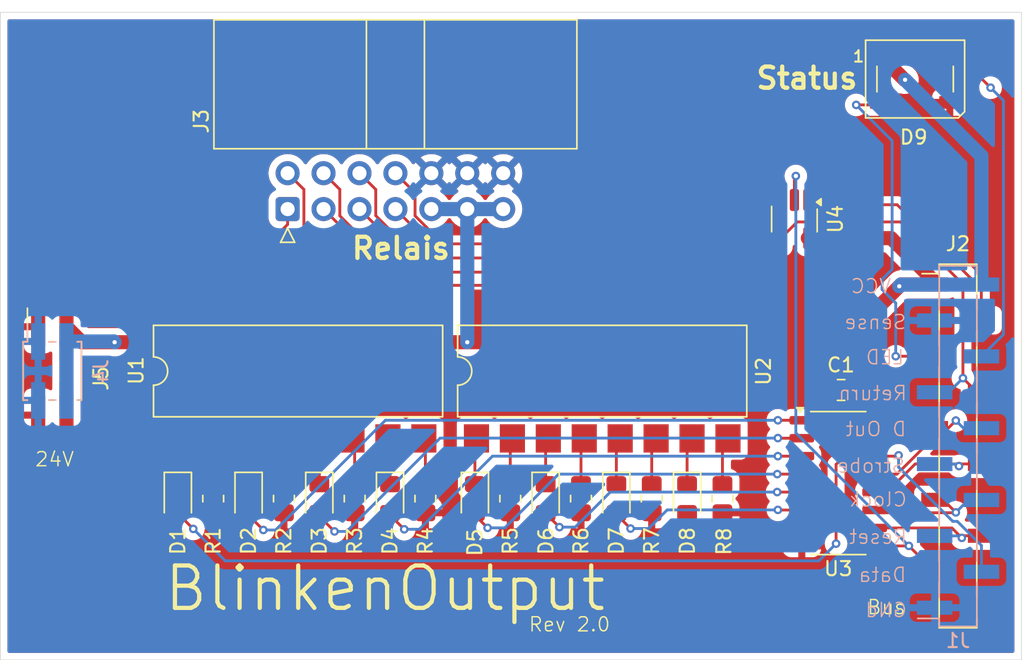
<source format=kicad_pcb>
(kicad_pcb (version 20240108) (generator "pcbnew") (generator_version "8.0")
  (title_block (comment 4 "AISLER Project ID: FTXUEWLJ"))
  (layers (0 "F.Cu" signal) (31 "B.Cu" signal) (34 "B.Paste" user) (35 "F.Paste" user) (36 "B.SilkS" user "B.Silkscreen") (37 "F.SilkS" user "F.Silkscreen") (38 "B.Mask" user) (39 "F.Mask" user) (44 "Edge.Cuts" user))
  (net 0 "")
  (net 1 "GND")
  (net 2 "VCC")
  (net 3 "Net-(D1-K)")
  (net 4 "Net-(D1-A)")
  (net 5 "Net-(D2-K)")
  (net 6 "Net-(D2-A)")
  (net 7 "Net-(D3-A)")
  (net 8 "Net-(D3-K)")
  (net 9 "Net-(D4-K)")
  (net 10 "Net-(D4-A)")
  (net 11 "Net-(D5-K)")
  (net 12 "Net-(D5-A)")
  (net 13 "Net-(D6-K)")
  (net 14 "Net-(D6-A)")
  (net 15 "Net-(D7-A)")
  (net 16 "Net-(D7-K)")
  (net 17 "Net-(D8-A)")
  (net 18 "Net-(D8-K)")
  (net 19 "Led IN")
  (net 20 "+24V")
  (net 21 "Clock")
  (net 22 "Output Enable")
  (net 23 "Strobe")
  (net 24 "Reset")
  (net 25 "Data")
  (net 26 "Sense")
  (net 27 "Data Out")
  (net 28 "Led OUT")
  (net 29 "Kanal 1")
  (net 30 "Kanal 6")
  (net 31 "Kanal 8")
  (net 32 "Kanal 3")
  (net 33 "Kanal 2")
  (net 34 "Kanal 5")
  (net 35 "Kanal 7")
  (net 36 "Kanal 4")
  (net 37 "Net-(R1-Pad1)")
  (net 38 "Net-(R2-Pad1)")
  (net 39 "Net-(R3-Pad1)")
  (net 40 "Net-(R4-Pad1)")
  (net 41 "Net-(R5-Pad1)")
  (net 42 "Net-(R6-Pad1)")
  (net 43 "Net-(R7-Pad1)")
  (net 44 "Net-(R8-Pad1)")
  (net 45 "Return")
  (footprint "LED_SMD:LED_WS2812B_PLCC4_5.0x5.0mm_P3.2mm" (layer "F.Cu") (at 179.1208 34.3408)
    (property "Reference" "D9" (at -0.1016 4.1148 0) (layer "F.SilkS"))
    (property "Value" "WS2812B")
    (fp_text user "1" (at -4 -1.6 0) (layer "F.SilkS") (effects (font (size 0.8 0.8))))
    (pad "1" smd roundrect (at -2.45 -1.65) (size 1.5 0.9) (layers "F.Cu" "F.Paste" "F.Mask") (roundrect_rratio 0.1) (net 2 "VCC"))
    (pad "2" smd roundrect (at -2.45 1.65) (size 1.5 0.9) (layers "F.Cu" "F.Paste" "F.Mask") (roundrect_rratio 0.1) (net 28 "Led OUT"))
    (pad "3" smd roundrect (at 2.45 1.65) (size 1.5 0.9) (layers "F.Cu" "F.Paste" "F.Mask") (roundrect_rratio 0.1) (net 1 "GND"))
    (pad "4" smd roundrect (at 2.45 -1.65) (size 1.5 0.9) (layers "F.Cu" "F.Paste" "F.Mask") (roundrect_rratio 0.1) (net 19 "Led IN"))
  )
  (footprint "LED_SMD:LED_0805_2012Metric_Pad1.15x1.40mm_HandSolder" (layer "F.Cu") (at 132 64.025 -90)
    (property "Reference" "D2" (at 3 0 90) (layer "F.SilkS"))
    (property "Value" "LED" (hide yes))
    (pad "1" smd roundrect (at -1.025 0 270) (size 1.15 1.4) (layers "F.Cu" "F.Paste" "F.Mask") (roundrect_rratio 0.217391) (net 5 "Net-(D2-K)"))
    (pad "2" smd roundrect (at 1.025 0 270) (size 1.15 1.4) (layers "F.Cu" "F.Paste" "F.Mask") (roundrect_rratio 0.217391) (net 6 "Net-(D2-A)"))
  )
  (footprint "Connector_IDC:IDC-Header_2x07_P2.54mm_Horizontal" (layer "F.Cu") (at 134.76 43.54 90)
    (property "Reference" "J3" (at 6.215 -6.1 90) (layer "F.SilkS"))
    (property "Value" "Conn_02x07_Odd_Even")
    (pad "1" thru_hole roundrect (at 0 0 90) (size 1.7 1.7) (drill 1) (layers "*.Cu" "*.Mask") (roundrect_rratio 0.147059) (net 29 "Kanal 1"))
    (pad "2" thru_hole circle (at 2.54 0 90) (size 1.7 1.7) (drill 1) (layers "*.Cu" "*.Mask") (net 33 "Kanal 2"))
    (pad "3" thru_hole circle (at 0 2.54 90) (size 1.7 1.7) (drill 1) (layers "*.Cu" "*.Mask") (net 32 "Kanal 3"))
    (pad "4" thru_hole circle (at 2.54 2.54 90) (size 1.7 1.7) (drill 1) (layers "*.Cu" "*.Mask") (net 36 "Kanal 4"))
    (pad "5" thru_hole circle (at 0 5.08 90) (size 1.7 1.7) (drill 1) (layers "*.Cu" "*.Mask") (net 34 "Kanal 5"))
    (pad "6" thru_hole circle (at 2.54 5.08 90) (size 1.7 1.7) (drill 1) (layers "*.Cu" "*.Mask") (net 30 "Kanal 6"))
    (pad "7" thru_hole circle (at 0 7.62 90) (size 1.7 1.7) (drill 1) (layers "*.Cu" "*.Mask") (net 35 "Kanal 7"))
    (pad "8" thru_hole circle (at 2.54 7.62 90) (size 1.7 1.7) (drill 1) (layers "*.Cu" "*.Mask") (net 31 "Kanal 8"))
    (pad "9" thru_hole circle (at 0 10.16 90) (size 1.7 1.7) (drill 1) (layers "*.Cu" "*.Mask") (net 20 "+24V"))
    (pad "10" thru_hole circle (at 2.54 10.16 90) (size 1.7 1.7) (drill 1) (layers "*.Cu" "*.Mask") (net 1 "GND"))
    (pad "11" thru_hole circle (at 0 12.7 90) (size 1.7 1.7) (drill 1) (layers "*.Cu" "*.Mask") (net 20 "+24V"))
    (pad "12" thru_hole circle (at 2.54 12.7 90) (size 1.7 1.7) (drill 1) (layers "*.Cu" "*.Mask") (net 1 "GND"))
    (pad "13" thru_hole circle (at 0 15.24 90) (size 1.7 1.7) (drill 1) (layers "*.Cu" "*.Mask") (net 20 "+24V"))
    (pad "14" thru_hole circle (at 2.54 15.24 90) (size 1.7 1.7) (drill 1) (layers "*.Cu" "*.Mask") (net 1 "GND"))
  )
  (footprint "LED_SMD:LED_0805_2012Metric_Pad1.15x1.40mm_HandSolder" (layer "F.Cu") (at 137 64.025 -90)
    (property "Reference" "D3" (at 3 0 90) (layer "F.SilkS"))
    (property "Value" "LED" (hide yes))
    (pad "1" smd roundrect (at -1.025 0 270) (size 1.15 1.4) (layers "F.Cu" "F.Paste" "F.Mask") (roundrect_rratio 0.217391) (net 8 "Net-(D3-K)"))
    (pad "2" smd roundrect (at 1.025 0 270) (size 1.15 1.4) (layers "F.Cu" "F.Paste" "F.Mask") (roundrect_rratio 0.217391) (net 7 "Net-(D3-A)"))
  )
  (footprint "Resistor_SMD:R_0805_2012Metric_Pad1.20x1.40mm_HandSolder" (layer "F.Cu") (at 165.5 64.025 -90)
    (property "Reference" "R8" (at 3.031 -0.108 90) (layer "F.SilkS"))
    (property "Value" "R")
    (pad "1" smd roundrect (at -1 0 270) (size 1.2 1.4) (layers "F.Cu" "F.Paste" "F.Mask") (roundrect_rratio 0.208333) (net 44 "Net-(R8-Pad1)"))
    (pad "2" smd roundrect (at 1 0 270) (size 1.2 1.4) (layers "F.Cu" "F.Paste" "F.Mask") (roundrect_rratio 0.208333) (net 1 "GND"))
  )
  (footprint "Resistor_SMD:R_0805_2012Metric_Pad1.20x1.40mm_HandSolder" (layer "F.Cu") (at 155.5 64.025 -90)
    (property "Reference" "R6" (at 3 0 90) (layer "F.SilkS"))
    (property "Value" "R")
    (pad "1" smd roundrect (at -1 0 270) (size 1.2 1.4) (layers "F.Cu" "F.Paste" "F.Mask") (roundrect_rratio 0.208333) (net 42 "Net-(R6-Pad1)"))
    (pad "2" smd roundrect (at 1 0 270) (size 1.2 1.4) (layers "F.Cu" "F.Paste" "F.Mask") (roundrect_rratio 0.208333) (net 1 "GND"))
  )
  (footprint "Resistor_SMD:R_0805_2012Metric_Pad1.20x1.40mm_HandSolder" (layer "F.Cu") (at 139.5 64.025 -90)
    (property "Reference" "R3" (at 3 0 90) (layer "F.SilkS"))
    (property "Value" "R")
    (pad "1" smd roundrect (at -1 0 270) (size 1.2 1.4) (layers "F.Cu" "F.Paste" "F.Mask") (roundrect_rratio 0.208333) (net 39 "Net-(R3-Pad1)"))
    (pad "2" smd roundrect (at 1 0 270) (size 1.2 1.4) (layers "F.Cu" "F.Paste" "F.Mask") (roundrect_rratio 0.208333) (net 1 "GND"))
  )
  (footprint "Package_TO_SOT_SMD:SOT-23-5_HandSoldering" (layer "F.Cu") (at 170.5864 44.2468 -90)
    (property "Reference" "U4" (at 0 -2.9 90) (layer "F.SilkS"))
    (property "Value" "74LVC1G125")
    (pad "1" smd roundrect (at -1.35 -0.95 270) (size 1.56 0.65) (layers "F.Cu" "F.Paste" "F.Mask") (net 26 "Sense"))
    (pad "2" smd roundrect (at -1.35 0 270) (size 1.56 0.65) (layers "F.Cu" "F.Paste" "F.Mask") (net 27 "Data Out"))
    (pad "3" smd roundrect (at -1.35 0.95 270) (size 1.56 0.65) (layers "F.Cu" "F.Paste" "F.Mask") (net 1 "GND"))
    (pad "4" smd roundrect (at 1.35 0.95 270) (size 1.56 0.65) (layers "F.Cu" "F.Paste" "F.Mask") (net 45 "Return"))
    (pad "5" smd roundrect (at 1.35 -0.95 270) (size 1.56 0.65) (layers "F.Cu" "F.Paste" "F.Mask") (net 2 "VCC"))
  )
  (footprint "Resistor_SMD:R_0805_2012Metric_Pad1.20x1.40mm_HandSolder" (layer "F.Cu") (at 144.5 64.025 -90)
    (property "Reference" "R4" (at 3 0 90) (layer "F.SilkS"))
    (property "Value" "R")
    (pad "1" smd roundrect (at -1 0 270) (size 1.2 1.4) (layers "F.Cu" "F.Paste" "F.Mask") (roundrect_rratio 0.208333) (net 40 "Net-(R4-Pad1)"))
    (pad "2" smd roundrect (at 1 0 270) (size 1.2 1.4) (layers "F.Cu" "F.Paste" "F.Mask") (roundrect_rratio 0.208333) (net 1 "GND"))
  )
  (footprint "Capacitor_SMD:C_0805_2012Metric_Pad1.18x1.45mm_HandSolder" (layer "F.Cu") (at 173.8884 56.3372 180)
    (property "Reference" "C1" (at 0.0136 1.7656 360) (layer "F.SilkS"))
    (property "Value" "C")
    (pad "1" smd roundrect (at -1.0375 0 180) (size 1.175 1.45) (layers "F.Cu" "F.Paste" "F.Mask") (roundrect_rratio 0.212766) (net 2 "VCC"))
    (pad "2" smd roundrect (at 1.0375 0 180) (size 1.175 1.45) (layers "F.Cu" "F.Paste" "F.Mask") (roundrect_rratio 0.212766) (net 1 "GND"))
  )
  (footprint "Connector_PinSocket_2.54mm:PinSocket_1x10_P2.54mm_Vertical_SMD_Pin1Left" (layer "F.Cu") (at 182.15 60.3)
    (property "Reference" "J2" (at 0 -14.3 0) (layer "F.SilkS"))
    (property "Value" "Conn_01x10")
    (pad "1" smd rect (at -1.65 -11.43) (size 1.9 1) (layers "F.Cu" "F.Paste" "F.Mask") (net 2 "VCC"))
    (pad "2" smd rect (at 1.65 -8.89) (size 1.9 1) (layers "F.Cu" "F.Paste" "F.Mask") (net 26 "Sense"))
    (pad "3" smd rect (at -1.65 -6.35) (size 1.9 1) (layers "F.Cu" "F.Paste" "F.Mask") (net 28 "Led OUT"))
    (pad "4" smd rect (at 1.65 -3.81) (size 1.9 1) (layers "F.Cu" "F.Paste" "F.Mask") (net 45 "Return"))
    (pad "5" smd rect (at -1.65 -1.27) (size 1.9 1) (layers "F.Cu" "F.Paste" "F.Mask") (net 22 "Output Enable"))
    (pad "6" smd rect (at 1.65 1.27) (size 1.9 1) (layers "F.Cu" "F.Paste" "F.Mask") (net 23 "Strobe"))
    (pad "7" smd rect (at -1.65 3.81) (size 1.9 1) (layers "F.Cu" "F.Paste" "F.Mask") (net 21 "Clock"))
    (pad "8" smd rect (at 1.65 6.35) (size 1.9 1) (layers "F.Cu" "F.Paste" "F.Mask") (net 24 "Reset"))
    (pad "9" smd rect (at -1.65 8.89) (size 1.9 1) (layers "F.Cu" "F.Paste" "F.Mask") (net 27 "Data Out"))
    (pad "10" smd rect (at 1.65 11.43) (size 1.9 1) (layers "F.Cu" "F.Paste" "F.Mask") (net 1 "GND"))
  )
  (footprint "Resistor_SMD:R_0805_2012Metric_Pad1.20x1.40mm_HandSolder" (layer "F.Cu") (at 160.5 64.025 -90)
    (property "Reference" "R7" (at 3 0 90) (layer "F.SilkS"))
    (property "Value" "R")
    (pad "1" smd roundrect (at -1 0 270) (size 1.2 1.4) (layers "F.Cu" "F.Paste" "F.Mask") (roundrect_rratio 0.208333) (net 43 "Net-(R7-Pad1)"))
    (pad "2" smd roundrect (at 1 0 270) (size 1.2 1.4) (layers "F.Cu" "F.Paste" "F.Mask") (roundrect_rratio 0.208333) (net 1 "GND"))
  )
  (footprint "LED_SMD:LED_0805_2012Metric_Pad1.15x1.40mm_HandSolder" (layer "F.Cu") (at 142 64.025 -90)
    (property "Reference" "D4" (at 3 0 90) (layer "F.SilkS"))
    (property "Value" "LED" (hide yes))
    (pad "1" smd roundrect (at -1.025 0 270) (size 1.15 1.4) (layers "F.Cu" "F.Paste" "F.Mask") (roundrect_rratio 0.217391) (net 9 "Net-(D4-K)"))
    (pad "2" smd roundrect (at 1.025 0 270) (size 1.15 1.4) (layers "F.Cu" "F.Paste" "F.Mask") (roundrect_rratio 0.217391) (net 10 "Net-(D4-A)"))
  )
  (footprint "Resistor_SMD:R_0805_2012Metric_Pad1.20x1.40mm_HandSolder" (layer "F.Cu") (at 150.5 64.025 -90)
    (property "Reference" "R5" (at 3 0 90) (layer "F.SilkS"))
    (property "Value" "R")
    (pad "1" smd roundrect (at -1 0 270) (size 1.2 1.4) (layers "F.Cu" "F.Paste" "F.Mask") (roundrect_rratio 0.208333) (net 41 "Net-(R5-Pad1)"))
    (pad "2" smd roundrect (at 1 0 270) (size 1.2 1.4) (layers "F.Cu" "F.Paste" "F.Mask") (roundrect_rratio 0.208333) (net 1 "GND"))
  )
  (footprint "Package_SO:SO-16_3.9x9.9mm_P1.27mm" (layer "F.Cu") (at 173.6852 62.9246)
    (property "Reference" "U3" (at 0 6.0618 360) (layer "F.SilkS"))
    (property "Value" "74HC595")
    (pad "1" smd roundrect (at -2.575 -4.445) (size 1.75 0.6) (layers "F.Cu" "F.Paste" "F.Mask") (net 6 "Net-(D2-A)"))
    (pad "2" smd roundrect (at -2.575 -3.175) (size 1.75 0.6) (layers "F.Cu" "F.Paste" "F.Mask") (net 7 "Net-(D3-A)"))
    (pad "3" smd roundrect (at -2.575 -1.905) (size 1.75 0.6) (layers "F.Cu" "F.Paste" "F.Mask") (net 10 "Net-(D4-A)"))
    (pad "4" smd roundrect (at -2.575 -0.635) (size 1.75 0.6) (layers "F.Cu" "F.Paste" "F.Mask") (net 12 "Net-(D5-A)"))
    (pad "5" smd roundrect (at -2.575 0.635) (size 1.75 0.6) (layers "F.Cu" "F.Paste" "F.Mask") (net 14 "Net-(D6-A)"))
    (pad "6" smd roundrect (at -2.575 1.905) (size 1.75 0.6) (layers "F.Cu" "F.Paste" "F.Mask") (net 15 "Net-(D7-A)"))
    (pad "7" smd roundrect (at -2.575 3.175) (size 1.75 0.6) (layers "F.Cu" "F.Paste" "F.Mask") (net 17 "Net-(D8-A)"))
    (pad "8" smd roundrect (at -2.575 4.445) (size 1.75 0.6) (layers "F.Cu" "F.Paste" "F.Mask") (net 1 "GND"))
    (pad "9" smd roundrect (at 2.575 4.445) (size 1.75 0.6) (layers "F.Cu" "F.Paste" "F.Mask") (net 27 "Data Out"))
    (pad "10" smd roundrect (at 2.575 3.175) (size 1.75 0.6) (layers "F.Cu" "F.Paste" "F.Mask") (net 24 "Reset"))
    (pad "11" smd roundrect (at 2.575 1.905) (size 1.75 0.6) (layers "F.Cu" "F.Paste" "F.Mask") (net 21 "Clock"))
    (pad "12" smd roundrect (at 2.575 0.635) (size 1.75 0.6) (layers "F.Cu" "F.Paste" "F.Mask") (net 23 "Strobe"))
    (pad "13" smd roundrect (at 2.575 -0.635) (size 1.75 0.6) (layers "F.Cu" "F.Paste" "F.Mask") (net 22 "Output Enable"))
    (pad "14" smd roundrect (at 2.575 -1.905) (size 1.75 0.6) (layers "F.Cu" "F.Paste" "F.Mask") (net 25 "Data"))
    (pad "15" smd roundrect (at 2.575 -3.175) (size 1.75 0.6) (layers "F.Cu" "F.Paste" "F.Mask") (net 4 "Net-(D1-A)"))
    (pad "16" smd roundrect (at 2.575 -4.445) (size 1.75 0.6) (layers "F.Cu" "F.Paste" "F.Mask") (net 2 "VCC"))
  )
  (footprint "LED_SMD:LED_0805_2012Metric_Pad1.15x1.40mm_HandSolder" (layer "F.Cu") (at 153 64.025 -90)
    (property "Reference" "D6" (at 3 -0.025 90) (layer "F.SilkS"))
    (property "Value" "LED" (hide yes))
    (pad "1" smd roundrect (at -1.025 0 270) (size 1.15 1.4) (layers "F.Cu" "F.Paste" "F.Mask") (roundrect_rratio 0.217391) (net 13 "Net-(D6-K)"))
    (pad "2" smd roundrect (at 1.025 0 270) (size 1.15 1.4) (layers "F.Cu" "F.Paste" "F.Mask") (roundrect_rratio 0.217391) (net 14 "Net-(D6-A)"))
  )
  (footprint "Resistor_SMD:R_0805_2012Metric_Pad1.20x1.40mm_HandSolder" (layer "F.Cu") (at 129.5 64.025 -90)
    (property "Reference" "R1" (at 3 0 90) (layer "F.SilkS"))
    (property "Value" "R")
    (pad "1" smd roundrect (at -1 0 270) (size 1.2 1.4) (layers "F.Cu" "F.Paste" "F.Mask") (roundrect_rratio 0.208333) (net 37 "Net-(R1-Pad1)"))
    (pad "2" smd roundrect (at 1 0 270) (size 1.2 1.4) (layers "F.Cu" "F.Paste" "F.Mask") (roundrect_rratio 0.208333) (net 1 "GND"))
  )
  (footprint "Resistor_SMD:R_0805_2012Metric_Pad1.20x1.40mm_HandSolder" (layer "F.Cu") (at 134.5 64.025 -90)
    (property "Reference" "R2" (at 3 0 90) (layer "F.SilkS"))
    (property "Value" "R")
    (pad "1" smd roundrect (at -1 0 270) (size 1.2 1.4) (layers "F.Cu" "F.Paste" "F.Mask") (roundrect_rratio 0.208333) (net 38 "Net-(R2-Pad1)"))
    (pad "2" smd roundrect (at 1 0 270) (size 1.2 1.4) (layers "F.Cu" "F.Paste" "F.Mask") (roundrect_rratio 0.208333) (net 1 "GND"))
  )
  (footprint "LED_SMD:LED_0805_2012Metric_Pad1.15x1.40mm_HandSolder" (layer "F.Cu") (at 127 64.025 -90)
    (property "Reference" "D1" (at 3 0 90) (layer "F.SilkS"))
    (property "Value" "LED" (hide yes))
    (pad "1" smd roundrect (at -1.025 0 270) (size 1.15 1.4) (layers "F.Cu" "F.Paste" "F.Mask") (roundrect_rratio 0.217391) (net 3 "Net-(D1-K)"))
    (pad "2" smd roundrect (at 1.025 0 270) (size 1.15 1.4) (layers "F.Cu" "F.Paste" "F.Mask") (roundrect_rratio 0.217391) (net 4 "Net-(D1-A)"))
  )
  (footprint "Package_DIP:SMDIP-16_W9.53mm" (layer "F.Cu") (at 157 55 90)
    (property "Reference" "U2" (at -0.0164 11.402 90) (layer "F.SilkS"))
    (property "Value" "LTV-847S")
    (pad "1" smd rect (at -4.765 -8.89 90) (size 2 1.78) (layers "F.Cu" "F.Paste" "F.Mask") (net 11 "Net-(D5-K)"))
    (pad "2" smd rect (at -4.765 -6.35 90) (size 2 1.78) (layers "F.Cu" "F.Paste" "F.Mask") (net 41 "Net-(R5-Pad1)"))
    (pad "3" smd rect (at -4.765 -3.81 90) (size 2 1.78) (layers "F.Cu" "F.Paste" "F.Mask") (net 13 "Net-(D6-K)"))
    (pad "4" smd rect (at -4.765 -1.27 90) (size 2 1.78) (layers "F.Cu" "F.Paste" "F.Mask") (net 42 "Net-(R6-Pad1)"))
    (pad "5" smd rect (at -4.765 1.27 90) (size 2 1.78) (layers "F.Cu" "F.Paste" "F.Mask") (net 16 "Net-(D7-K)"))
    (pad "6" smd rect (at -4.765 3.81 90) (size 2 1.78) (layers "F.Cu" "F.Paste" "F.Mask") (net 43 "Net-(R7-Pad1)"))
    (pad "7" smd rect (at -4.765 6.35 90) (size 2 1.78) (layers "F.Cu" "F.Paste" "F.Mask") (net 18 "Net-(D8-K)"))
    (pad "8" smd rect (at -4.765 8.89 90) (size 2 1.78) (layers "F.Cu" "F.Paste" "F.Mask") (net 44 "Net-(R8-Pad1)"))
    (pad "9" smd rect (at 4.765 8.89 90) (size 2 1.78) (layers "F.Cu" "F.Paste" "F.Mask") (net 31 "Kanal 8"))
    (pad "10" smd rect (at 4.765 6.35 90) (size 2 1.78) (layers "F.Cu" "F.Paste" "F.Mask") (net 20 "+24V"))
    (pad "11" smd rect (at 4.765 3.81 90) (size 2 1.78) (layers "F.Cu" "F.Paste" "F.Mask") (net 35 "Kanal 7"))
    (pad "12" smd rect (at 4.765 1.27 90) (size 2 1.78) (layers "F.Cu" "F.Paste" "F.Mask") (net 20 "+24V"))
    (pad "13" smd rect (at 4.765 -1.27 90) (size 2 1.78) (layers "F.Cu" "F.Paste" "F.Mask") (net 30 "Kanal 6"))
    (pad "14" smd rect (at 4.765 -3.81 90) (size 2 1.78) (layers "F.Cu" "F.Paste" "F.Mask") (net 20 "+24V"))
    (pad "15" smd rect (at 4.765 -6.35 90) (size 2 1.78) (layers "F.Cu" "F.Paste" "F.Mask") (net 34 "Kanal 5"))
    (pad "16" smd rect (at 4.765 -8.89 90) (size 2 1.78) (layers "F.Cu" "F.Paste" "F.Mask") (net 20 "+24V"))
  )
  (footprint "LED_SMD:LED_0805_2012Metric_Pad1.15x1.40mm_HandSolder" (layer "F.Cu") (at 158 64.025 -90)
    (property "Reference" "D7" (at 3 0 90) (layer "F.SilkS"))
    (property "Value" "LED" (hide yes))
    (pad "1" smd roundrect (at -1.025 0 270) (size 1.15 1.4) (layers "F.Cu" "F.Paste" "F.Mask") (roundrect_rratio 0.217391) (net 16 "Net-(D7-K)"))
    (pad "2" smd roundrect (at 1.025 0 270) (size 1.15 1.4) (layers "F.Cu" "F.Paste" "F.Mask") (roundrect_rratio 0.217391) (net 15 "Net-(D7-A)"))
  )
  (footprint "Connector_PinSocket_2.00mm:PinSocket_2x02_P2.00mm_Vertical_SMD" (layer "F.Cu") (at 118.126 54.9902 90)
    (property "Reference" "J5" (at -0.5342 3.4384 90) (layer "F.SilkS"))
    (property "Value" "Conn_02x02_Counter_Clockwise")
    (pad "1" smd rect (at 3.125 -1 90) (size 2.75 1) (layers "F.Cu" "F.Paste" "F.Mask") (net 1 "GND"))
    (pad "2" smd rect (at -3.125 -1 90) (size 2.75 1) (layers "F.Cu" "F.Paste" "F.Mask") (net 1 "GND"))
    (pad "3" smd rect (at 3.125 1 90) (size 2.75 1) (layers "F.Cu" "F.Paste" "F.Mask") (net 20 "+24V"))
    (pad "4" smd rect (at -3.125 1 90) (size 2.75 1) (layers "F.Cu" "F.Paste" "F.Mask") (net 20 "+24V"))
  )
  (footprint "LED_SMD:LED_0805_2012Metric_Pad1.15x1.40mm_HandSolder" (layer "F.Cu") (at 148 64.025 -90)
    (property "Reference" "D5" (at 3.095 0 90) (layer "F.SilkS"))
    (property "Value" "LED" (hide yes))
    (pad "1" smd roundrect (at -1.025 0 270) (size 1.15 1.4) (layers "F.Cu" "F.Paste" "F.Mask") (roundrect_rratio 0.217391) (net 11 "Net-(D5-K)"))
    (pad "2" smd roundrect (at 1.025 0 270) (size 1.15 1.4) (layers "F.Cu" "F.Paste" "F.Mask") (roundrect_rratio 0.217391) (net 12 "Net-(D5-A)"))
  )
  (footprint "LED_SMD:LED_0805_2012Metric_Pad1.15x1.40mm_HandSolder" (layer "F.Cu") (at 163 64.025 -90)
    (property "Reference" "D8" (at 3 -0.025 90) (layer "F.SilkS"))
    (property "Value" "LED" (hide yes))
    (pad "1" smd roundrect (at -1.025 0 270) (size 1.15 1.4) (layers "F.Cu" "F.Paste" "F.Mask") (roundrect_rratio 0.217391) (net 18 "Net-(D8-K)"))
    (pad "2" smd roundrect (at 1.025 0 270) (size 1.15 1.4) (layers "F.Cu" "F.Paste" "F.Mask") (roundrect_rratio 0.217391) (net 17 "Net-(D8-A)"))
  )
  (footprint "Package_DIP:SMDIP-16_W9.53mm" (layer "F.Cu") (at 135.5 55 90)
    (property "Reference" "U1" (at 0.0344 -11.4464 90) (layer "F.SilkS"))
    (property "Value" "LTV-847S")
    (pad "1" smd rect (at -4.765 -8.89 90) (size 2 1.78) (layers "F.Cu" "F.Paste" "F.Mask") (net 3 "Net-(D1-K)"))
    (pad "2" smd rect (at -4.765 -6.35 90) (size 2 1.78) (layers "F.Cu" "F.Paste" "F.Mask") (net 37 "Net-(R1-Pad1)"))
    (pad "3" smd rect (at -4.765 -3.81 90) (size 2 1.78) (layers "F.Cu" "F.Paste" "F.Mask") (net 5 "Net-(D2-K)"))
    (pad "4" smd rect (at -4.765 -1.27 90) (size 2 1.78) (layers "F.Cu" "F.Paste" "F.Mask") (net 38 "Net-(R2-Pad1)"))
    (pad "5" smd rect (at -4.765 1.27 90) (size 2 1.78) (layers "F.Cu" "F.Paste" "F.Mask") (net 8 "Net-(D3-K)"))
    (pad "6" smd rect (at -4.765 3.81 90) (size 2 1.78) (layers "F.Cu" "F.Paste" "F.Mask") (net 39 "Net-(R3-Pad1)"))
    (pad "7" smd rect (at -4.765 6.35 90) (size 2 1.78) (layers "F.Cu" "F.Paste" "F.Mask") (net 9 "Net-(D4-K)"))
    (pad "8" smd rect (at -4.765 8.89 90) (size 2 1.78) (layers "F.Cu" "F.Paste" "F.Mask") (net 40 "Net-(R4-Pad1)"))
    (pad "9" smd rect (at 4.765 8.89 90) (size 2 1.78) (layers "F.Cu" "F.Paste" "F.Mask") (net 36 "Kanal 4"))
    (pad "10" smd rect (at 4.765 6.35 90) (size 2 1.78) (layers "F.Cu" "F.Paste" "F.Mask") (net 20 "+24V"))
    (pad "11" smd rect (at 4.765 3.81 90) (size 2 1.78) (layers "F.Cu" "F.Paste" "F.Mask") (net 32 "Kanal 3"))
    (pad "12" smd rect (at 4.765 1.27 90) (size 2 1.78) (layers "F.Cu" "F.Paste" "F.Mask") (net 20 "+24V"))
    (pad "13" smd rect (at 4.765 -1.27 90) (size 2 1.78) (layers "F.Cu" "F.Paste" "F.Mask") (net 33 "Kanal 2"))
    (pad "14" smd rect (at 4.765 -3.81 90) (size 2 1.78) (layers "F.Cu" "F.Paste" "F.Mask") (net 20 "+24V"))
    (pad "15" smd rect (at 4.765 -6.35 90) (size 2 1.78) (layers "F.Cu" "F.Paste" "F.Mask") (net 29 "Kanal 1"))
    (pad "16" smd rect (at 4.765 -8.89 90) (size 2 1.78) (layers "F.Cu" "F.Paste" "F.Mask") (net 20 "+24V"))
  )
  (footprint "Connector_PinHeader_2.54mm:PinHeader_1x10_P2.54mm_Vertical_SMD_Pin1Left" (layer "B.Cu") (at 182.155 60.31)
    (property "Reference" "J1" (at 0 13.76 360) (layer "B.SilkS") (effects (justify mirror)))
    (property "Value" "Conn_01x10")
    (pad "1" smd rect (at -1.655 11.43) (size 2.51 1) (layers "B.Cu" "B.Paste" "B.Mask") (net 1 "GND"))
    (pad "2" smd rect (at 1.655 8.89) (size 2.51 1) (layers "B.Cu" "B.Paste" "B.Mask") (net 25 "Data"))
    (pad "3" smd rect (at -1.655 6.35) (size 2.51 1) (layers "B.Cu" "B.Paste" "B.Mask") (net 24 "Reset"))
    (pad "4" smd rect (at 1.655 3.81) (size 2.51 1) (layers "B.Cu" "B.Paste" "B.Mask") (net 21 "Clock"))
    (pad "5" smd rect (at -1.655 1.27) (size 2.51 1) (layers "B.Cu" "B.Paste" "B.Mask") (net 23 "Strobe"))
    (pad "6" smd rect (at 1.655 -1.27) (size 2.51 1) (layers "B.Cu" "B.Paste" "B.Mask") (net 22 "Output Enable"))
    (pad "7" smd rect (at -1.655 -3.81) (size 2.51 1) (layers "B.Cu" "B.Paste" "B.Mask") (net 45 "Return"))
    (pad "8" smd rect (at 1.655 -6.35) (size 2.51 1) (layers "B.Cu" "B.Paste" "B.Mask") (net 19 "Led IN"))
    (pad "9" smd rect (at -1.655 -8.89) (size 2.51 1) (layers "B.Cu" "B.Paste" "B.Mask") (net 1 "GND"))
    (pad "10" smd rect (at 1.655 -11.43) (size 2.51 1) (layers "B.Cu" "B.Paste" "B.Mask") (net 2 "VCC"))
  )
  (footprint "Connector_PinHeader_2.00mm:PinHeader_2x02_P2.00mm_Vertical_SMD" (layer "B.Cu") (at 118.126 54.9902 -90)
    (property "Reference" "J4" (at 0.0262 -3.4384 90) (layer "B.SilkS") (effects (justify mirror)))
    (property "Value" "Conn_02x02_Counter_Clockwise")
    (pad "1" smd rect (at -2.085 1 270) (size 2.58 1) (layers "B.Cu" "B.Paste" "B.Mask") (net 1 "GND"))
    (pad "2" smd rect (at 2.085 1 270) (size 2.58 1) (layers "B.Cu" "B.Paste" "B.Mask") (net 1 "GND"))
    (pad "3" smd rect (at -2.085 -1 270) (size 2.58 1) (layers "B.Cu" "B.Paste" "B.Mask") (net 20 "+24V"))
    (pad "4" smd rect (at 2.085 -1 270) (size 2.58 1) (layers "B.Cu" "B.Paste" "B.Mask") (net 20 "+24V"))
  )
  (gr_rect (start 114.4524 29.6164) (end 186.6392 75.438) (stroke (width 0.05)) (fill none) (layer "Edge.Cuts"))
  (gr_text "Strobe" (at 178.4604 62.2808 0) (layer "B.SilkS") (effects (font (size 1 1) (thickness 0.1)) (justify left bottom mirror)))
  (gr_text "Return" (at 178.6128 57.15 0) (layer "B.SilkS") (effects (font (size 1 1) (thickness 0.1)) (justify left bottom mirror)))
  (gr_text "LED" (at 178.4096 54.61 0) (layer "B.SilkS") (effects (font (size 1 1) (thickness 0.1)) (justify left bottom mirror)))
  (gr_text "Clock" (at 178.6128 64.6684 0) (layer "B.SilkS") (effects (font (size 1 1) (thickness 0.1)) (justify left bottom mirror)))
  (gr_text "GNd" (at 178.6128 72.4916 0) (layer "B.SilkS") (effects (font (size 1 1) (thickness 0.1)) (justify left bottom mirror)))
  (gr_text "Reset" (at 178.6128 67.31 0) (layer "B.SilkS") (effects (font (size 1 1) (thickness 0.1)) (justify left bottom mirror)))
  (gr_text "VCC" (at 177.4952 49.5808 0) (layer "B.SilkS") (effects (font (size 1 1) (thickness 0.1)) (justify left bottom mirror)))
  (gr_text "Sense" (at 178.562 52.1208 0) (layer "B.SilkS") (effects (font (size 1 1) (thickness 0.1)) (justify left bottom mirror)))
  (gr_text "Data" (at 178.562 70.0024 0) (layer "B.SilkS") (effects (font (size 1 1) (thickness 0.1)) (justify left bottom mirror)))
  (gr_text "D Out" (at 178.562 59.69 0) (layer "B.SilkS") (effects (font (size 1 1) (thickness 0.1)) (justify left bottom mirror)))
  (gr_text "Status\n" (at 167.7416 35.1536 0) (layer "F.SilkS") (effects (font (size 1.5 1.5) (thickness 0.3) (bold yes)) (justify left bottom)))
  (gr_text "Relais" (at 139.1412 47.1932 0) (layer "F.SilkS") (effects (font (size 1.5 1.5) (thickness 0.3) (bold yes)) (justify left bottom)))
  (gr_text "BlinkenOutput" (at 125.8824 72.136 0) (layer "F.SilkS") (effects (font (size 3 3) (thickness 0.3)) (justify left bottom)))
  (gr_text "Bus" (at 175.6664 72.2884 0) (layer "F.SilkS") (effects (font (size 1 1) (thickness 0.1)) (justify left bottom)))
  (gr_text "Rev 2.0" (at 151.7396 73.5076 0) (layer "F.SilkS") (effects (font (size 1 1) (thickness 0.1)) (justify left bottom)))
  (gr_text "24V" (at 116.84 61.8236 0) (layer "F.SilkS") (effects (font (size 1 1) (thickness 0.1)) (justify left bottom)))
  (segment (start 180.5 48.674) (end 180.5 48.87) (width 1) (layer "F.Cu") (net 2))
  (segment (start 176.6708 32.6908) (end 178.3716 34.3916) (width 1) (layer "F.Cu") (net 2))
  (segment (start 180.85 48.87) (end 178.13 48.87) (width 1) (layer "F.Cu") (net 2))
  (segment (start 174.9259 56.3372) (end 174.9259 57.1453) (width 1) (layer "F.Cu") (net 2))
  (segment (start 178 49) (end 174.9259 52.0741) (width 1) (layer "F.Cu") (net 2))
  (segment (start 174.9259 57.1453) (end 176.2602 58.4796) (width 1) (layer "F.Cu") (net 2))
  (segment (start 177.4228 45.5968) (end 180.5 48.674) (width 1) (layer "F.Cu") (net 2))
  (segment (start 178.13 48.87) (end 178 49) (width 1) (layer "F.Cu") (net 2))
  (segment (start 178.3716 34.3916) (end 178.4096 34.3916) (width 0.2) (layer "F.Cu") (net 2))
  (segment (start 174.9259 52.0741) (end 174.9259 56.3372) (width 1) (layer "F.Cu") (net 2))
  (segment (start 171.5364 45.5968) (end 177.4228 45.5968) (width 1) (layer "F.Cu") (net 2))
  (segment (start 176.507 58.2328) (end 176.2602 58.4796) (width 0.2) (layer "F.Cu") (net 2))
  (via (at 178.4096 34.3916) (size 0.6) (drill 0.3) (layers "F.Cu" "B.Cu") (net 2))
  (via (at 178 49) (size 0.6) (drill 0.3) (layers "F.Cu" "B.Cu") (net 2))
  (segment (start 183.81 39.792) (end 178.4096 34.3916) (width 1) (layer "B.Cu") (net 2))
  (segment (start 183.81 48.88) (end 183.81 39.792) (width 1) (layer "B.Cu") (net 2))
  (segment (start 178.12 48.88) (end 178 49) (width 1) (layer "B.Cu") (net 2))
  (segment (start 183.81 48.88) (end 178.12 48.88) (width 1) (layer "B.Cu") (net 2))
  (segment (start 127 63) (end 127 60.155) (width 0.2) (layer "F.Cu") (net 3))
  (segment (start 127 60.155) (end 126.61 59.765) (width 0.2) (layer "F.Cu") (net 3))
  (segment (start 176.2602 59.7496) (end 175.385201 59.7496) (width 0.2) (layer "F.Cu") (net 4))
  (segment (start 173.5328 61.602001) (end 173.5328 67.2084) (width 0.2) (layer "F.Cu") (net 4))
  (segment (start 127 65.0748) (end 127 65.05) (width 0.2) (layer "F.Cu") (net 4))
  (segment (start 175.385201 59.7496) (end 173.5328 61.602001) (width 0.2) (layer "F.Cu") (net 4))
  (segment (start 128.0922 66.167) (end 127 65.0748) (width 0.2) (layer "F.Cu") (net 4))
  (via (at 128.0922 66.167) (size 0.6) (drill 0.3) (layers "F.Cu" "B.Cu") (net 4))
  (via (at 173.5328 67.2084) (size 0.6) (drill 0.3) (layers "F.Cu" "B.Cu") (net 4))
  (segment (start 172.3136 68.4276) (end 173.5328 67.2084) (width 0.2) (layer "B.Cu") (net 4))
  (segment (start 128.0922 66.167) (end 130.3528 68.4276) (width 0.2) (layer "B.Cu") (net 4))
  (segment (start 130.3528 68.4276) (end 172.3136 68.4276) (width 0.2) (layer "B.Cu") (net 4))
  (segment (start 132 63) (end 132 60.075) (width 0.2) (layer "F.Cu") (net 5))
  (segment (start 132 60.075) (end 131.69 59.765) (width 0.2) (layer "F.Cu") (net 5))
  (segment (start 132 65.198) (end 133.0452 66.2432) (width 0.2) (layer "F.Cu") (net 6))
  (segment (start 169.418 58.4796) (end 171.1102 58.4796) (width 0.2) (layer "F.Cu") (net 6))
  (segment (start 132 65.05) (end 132 65.198) (width 0.2) (layer "F.Cu") (net 6))
  (via (at 169.418 58.4796) (size 0.6) (drill 0.3) (layers "F.Cu" "B.Cu") (net 6))
  (via (at 133.0452 66.2432) (size 0.6) (drill 0.3) (layers "F.Cu" "B.Cu") (net 6))
  (segment (start 133.9088 66.2432) (end 141.6724 58.4796) (width 0.2) (layer "B.Cu") (net 6))
  (segment (start 141.6724 58.4796) (end 169.418 58.4796) (width 0.2) (layer "B.Cu") (net 6))
  (segment (start 133.0452 66.2432) (end 133.9088 66.2432) (width 0.2) (layer "B.Cu") (net 6))
  (segment (start 137 65.05) (end 137 65.2704) (width 0.2) (layer "F.Cu") (net 7))
  (segment (start 171.1102 59.7496) (end 169.4268 59.7496) (width 0.2) (layer "F.Cu") (net 7))
  (segment (start 137 65.2704) (end 138.0744 66.3448) (width 0.2) (layer "F.Cu") (net 7))
  (segment (start 169.4268 59.7496) (end 169.418 59.7408) (width 0.2) (layer "F.Cu") (net 7))
  (via (at 169.418 59.7408) (size 0.6) (drill 0.3) (layers "F.Cu" "B.Cu") (net 7))
  (via (at 138.0744 66.3448) (size 0.6) (drill 0.3) (layers "F.Cu" "B.Cu") (net 7))
  (segment (start 138.0744 66.3448) (end 138.938 66.3448) (width 0.2) (layer "B.Cu") (net 7))
  (segment (start 138.938 66.3448) (end 145.542 59.7408) (width 0.2) (layer "B.Cu") (net 7))
  (segment (start 145.542 59.7408) (end 169.418 59.7408) (width 0.2) (layer "B.Cu") (net 7))
  (segment (start 137 59.995) (end 136.77 59.765) (width 0.2) (layer "F.Cu") (net 8))
  (segment (start 137 63) (end 137 59.995) (width 0.2) (layer "F.Cu") (net 8))
  (segment (start 142 59.915) (end 141.85 59.765) (width 0.2) (layer "F.Cu") (net 9))
  (segment (start 142 63) (end 142 59.915) (width 0.2) (layer "F.Cu") (net 9))
  (segment (start 171.1102 61.0196) (end 169.418 61.0196) (width 0.2) (layer "F.Cu") (net 10))
  (segment (start 169.418 61.0196) (end 169.6124 61.0196) (width 0.2) (layer "F.Cu") (net 10))
  (segment (start 142 65.05) (end 142 65.1904) (width 0.2) (layer "F.Cu") (net 10))
  (segment (start 169.6124 61.0196) (end 169.6212 61.0108) (width 0.2) (layer "F.Cu") (net 10))
  (segment (start 142 65.1904) (end 143.002 66.1924) (width 0.2) (layer "F.Cu") (net 10))
  (via (at 143.002 66.1924) (size 0.6) (drill 0.3) (layers "F.Cu" "B.Cu") (net 10))
  (via (at 169.418 61.0196) (size 0.6) (drill 0.3) (layers "F.Cu" "B.Cu") (net 10))
  (segment (start 143.002 66.1924) (end 144.0688 66.1924) (width 0.2) (layer "B.Cu") (net 10))
  (segment (start 149.2416 61.0196) (end 169.418 61.0196) (width 0.2) (layer "B.Cu") (net 10))
  (segment (start 144.0688 66.1924) (end 149.2416 61.0196) (width 0.2) (layer "B.Cu") (net 10))
  (segment (start 148 63) (end 148 59.875) (width 0.2) (layer "F.Cu") (net 11))
  (segment (start 148 59.875) (end 148.11 59.765) (width 0.2) (layer "F.Cu") (net 11))
  (segment (start 148 65.05) (end 148 65.196) (width 0.2) (layer "F.Cu") (net 12))
  (segment (start 169.376 62.2896) (end 169.3672 62.2808) (width 0.2) (layer "F.Cu") (net 12))
  (segment (start 148 65.196) (end 148.8948 66.0908) (width 0.2) (layer "F.Cu") (net 12))
  (segment (start 171.1102 62.2896) (end 169.376 62.2896) (width 0.2) (layer "F.Cu") (net 12))
  (via (at 169.376 62.2896) (size 0.6) (drill 0.3) (layers "F.Cu" "B.Cu") (net 12))
  (via (at 148.8948 66.0908) (size 0.6) (drill 0.3) (layers "F.Cu" "B.Cu") (net 12))
  (segment (start 150.114 66.0908) (end 153.9152 62.2896) (width 0.2) (layer "B.Cu") (net 12))
  (segment (start 153.9152 62.2896) (end 169.376 62.2896) (width 0.2) (layer "B.Cu") (net 12))
  (segment (start 148.8948 66.0908) (end 150.114 66.0908) (width 0.2) (layer "B.Cu") (net 12))
  (segment (start 153 59.955) (end 153.19 59.765) (width 0.2) (layer "F.Cu") (net 13))
  (segment (start 153 63) (end 153 59.955) (width 0.2) (layer "F.Cu") (net 13))
  (segment (start 169.3252 63.5596) (end 169.3164 63.5508) (width 0.2) (layer "F.Cu") (net 14))
  (segment (start 171.1102 63.5596) (end 169.3672 63.5596) (width 0.2) (layer "F.Cu") (net 14))
  (segment (start 153 65.05) (end 153 65.0652) (width 0.2) (layer "F.Cu") (net 14))
  (segment (start 153 65.0652) (end 153.9748 66.04) (width 0.2) (layer "F.Cu") (net 14))
  (segment (start 169.3672 63.5596) (end 169.3252 63.5596) (width 0.2) (layer "F.Cu") (net 14))
  (via (at 169.3672 63.5596) (size 0.6) (drill 0.3) (layers "F.Cu" "B.Cu") (net 14))
  (via (at 153.9748 66.04) (size 0.6) (drill 0.3) (layers "F.Cu" "B.Cu") (net 14))
  (segment (start 155.0924 66.04) (end 157.5728 63.5596) (width 0.2) (layer "B.Cu") (net 14))
  (segment (start 153.9748 66.04) (end 155.0924 66.04) (width 0.2) (layer "B.Cu") (net 14))
  (segment (start 157.5728 63.5596) (end 169.3672 63.5596) (width 0.2) (layer "B.Cu") (net 14))
  (segment (start 169.4268 64.8296) (end 169.418 64.8208) (width 0.2) (layer "F.Cu") (net 15))
  (segment (start 158 65.1376) (end 159.004 66.1416) (width 0.2) (layer "F.Cu") (net 15))
  (segment (start 158 65.05) (end 158 65.1376) (width 0.2) (layer "F.Cu") (net 15))
  (segment (start 171.1102 64.8296) (end 169.4268 64.8296) (width 0.2) (layer "F.Cu") (net 15))
  (via (at 169.418 64.8208) (size 0.6) (drill 0.3) (layers "F.Cu" "B.Cu") (net 15))
  (via (at 159.004 66.1416) (size 0.6) (drill 0.3) (layers "F.Cu" "B.Cu") (net 15))
  (segment (start 159.004 66.1416) (end 160.274 66.1416) (width 0.2) (layer "B.Cu") (net 15))
  (segment (start 161.5948 64.8208) (end 169.418 64.8208) (width 0.2) (layer "B.Cu") (net 15))
  (segment (start 160.274 66.1416) (end 161.5948 64.8208) (width 0.2) (layer "B.Cu") (net 15))
  (segment (start 158 63) (end 158 60.035) (width 0.2) (layer "F.Cu") (net 16))
  (segment (start 158 60.035) (end 158.27 59.765) (width 0.2) (layer "F.Cu") (net 16))
  (segment (start 169.755848 67.2084) (end 165.1584 67.2084) (width 0.2) (layer "F.Cu") (net 17))
  (segment (start 165.1584 67.2084) (end 163 65.05) (width 0.2) (layer "F.Cu") (net 17))
  (segment (start 170.4402 66.7696) (end 170.194648 66.7696) (width 0.2) (layer "F.Cu") (net 17))
  (segment (start 171.1102 66.0996) (end 170.4402 66.7696) (width 0.2) (layer "F.Cu") (net 17))
  (segment (start 170.194648 66.7696) (end 169.755848 67.2084) (width 0.2) (layer "F.Cu") (net 17))
  (segment (start 163 60.115) (end 163.35 59.765) (width 0.2) (layer "F.Cu") (net 18))
  (segment (start 163 63) (end 163 60.115) (width 0.2) (layer "F.Cu") (net 18))
  (segment (start 184.4548 34.9504) (end 182.1952 32.6908) (width 0.2) (layer "F.Cu") (net 19))
  (segment (start 182.1952 32.6908) (end 181.5708 32.6908) (width 0.2) (layer "F.Cu") (net 19))
  (via (at 184.4548 34.9504) (size 0.6) (drill 0.3) (layers "F.Cu" "B.Cu") (net 19))
  (segment (start 185.365 35.8606) (end 184.4548 34.9504) (width 0.2) (layer "B.Cu") (net 19))
  (segment (start 185.365 52.405) (end 185.365 35.8606) (width 0.2) (layer "B.Cu") (net 19))
  (segment (start 183.81 53.96) (end 185.365 52.405) (width 0.2) (layer "B.Cu") (net 19))
  (segment (start 147.46 52.96) (end 153.5 52.96) (width 1) (layer "F.Cu") (net 20))
  (segment (start 141.85 52.81) (end 142 52.96) (width 1) (layer "F.Cu") (net 20))
  (segment (start 153.5 52.96) (end 158 52.96) (width 1) (layer "F.Cu") (net 20))
  (segment (start 158.27 50.235) (end 158.27 52.69) (width 1) (layer "F.Cu") (net 20))
  (segment (start 132 52.96) (end 122.5296 52.96) (width 1) (layer "F.Cu") (net 20))
  (segment (start 136.77 50.235) (end 136.77 52.73) (width 1) (layer "F.Cu") (net 20))
  (segment (start 122.5296 52.96) (end 120.2208 52.96) (width 1) (layer "F.Cu") (net 20))
  (segment (start 148.11 50.235) (end 148.11 52.31) (width 1) (layer "F.Cu") (net 20))
  (segment (start 147.46 52.96) (end 142 52.96) (width 1) (layer "F.Cu") (net 20))
  (segment (start 136.77 52.73) (end 137 52.96) (width 1) (layer "F.Cu") (net 20))
  (segment (start 131.69 52.65) (end 132 52.96) (width 1) (layer "F.Cu") (net 20))
  (segment (start 163.35 50.235) (end 163.35 52.85) (width 1) (layer "F.Cu") (net 20))
  (segment (start 158.27 52.69) (end 158 52.96) (width 1) (layer "F.Cu") (net 20))
  (segment (start 131.69 50.235) (end 131.69 52.65) (width 1) (layer "F.Cu") (net 20))
  (segment (start 141.85 50.235) (end 141.85 52.81) (width 1) (layer "F.Cu") (net 20))
  (segment (start 153.19 50.235) (end 153.19 52.65) (width 1) (layer "F.Cu") (net 20))
  (segment (start 137 52.96) (end 132 52.96) (width 1) (layer "F.Cu") (net 20))
  (segment (start 142 52.96) (end 137 52.96) (width 1) (layer "F.Cu") (net 20))
  (segment (start 158 52.96) (end 163.46 52.96) (width 1) (layer "F.Cu") (net 20))
  (segment (start 153.19 52.65) (end 153.5 52.96) (width 1) (layer "F.Cu") (net 20))
  (segment (start 126.61 52.89) (end 126.61 50.235) (width 1) (layer "F.Cu") (net 20))
  (segment (start 120.2208 52.96) (end 119.126 51.8652) (width 1) (layer "F.Cu") (net 20))
  (segment (start 119.126 58.1152) (end 119.126 51.8652) (width 1) (layer "F.Cu") (net 20))
  (via (at 122.5296 52.96) (size 0.6) (drill 0.3) (layers "F.Cu" "B.Cu") (net 20))
  (via (at 147.46 52.96) (size 0.6) (drill 0.3) (layers "F.Cu" "B.Cu") (net 20))
  (segment (start 150 43.54) (end 147.46 43.54) (width 1) (layer "B.Cu") (net 20))
  (segment (start 147.46 43.54) (end 144.92 43.54) (width 1) (layer "B.Cu") (net 20))
  (segment (start 122.4748 52.9052) (end 122.5296 52.96) (width 1) (layer "B.Cu") (net 20))
  (segment (start 147.46 43.54) (end 147.46 52.96) (width 1) (layer "B.Cu") (net 20))
  (segment (start 119.126 52.9052) (end 119.126 57.0752) (width 1) (layer "B.Cu") (net 20))
  (segment (start 119.126 52.9052) (end 122.4748 52.9052) (width 1) (layer "B.Cu") (net 20))
  (segment (start 180.5 64.11) (end 181.11 64.11) (width 0.2) (layer "F.Cu") (net 21))
  (segment (start 181.11 64.11) (end 182 65) (width 0.2) (layer "F.Cu") (net 21))
  (segment (start 181.976 65.024) (end 182 65) (width 0.2) (layer "F.Cu") (net 21))
  (segment (start 176.2602 64.8296) (end 176.4546 65.024) (width 0.2) (layer "F.Cu") (net 21))
  (segment (start 176.4546 65.024) (end 181.976 65.024) (width 0.2) (layer "F.Cu") (net 21))
  (via (at 182 65) (size 0.6) (drill 0.3) (layers "F.Cu" "B.Cu") (net 21))
  (segment (start 182.88 64.12) (end 182 65) (width 0.2) (layer "B.Cu") (net 21))
  (segment (start 183.81 64.12) (end 182.88 64.12) (width 0.2) (layer "B.Cu") (net 21))
  (segment (start 176.2602 62.2896) (end 177.839513 62.2896) (width 0.2) (layer "F.Cu") (net 22))
  (segment (start 177.839513 62.2896) (end 178.029113 62.1) (width 0.2) (layer "F.Cu") (net 22))
  (segment (start 181.47 59.03) (end 182 58.5) (width 0.2) (layer "F.Cu") (net 22))
  (segment (start 180.5 59.6316) (end 180.5 59.03) (width 0.2) (layer "F.Cu") (net 22))
  (segment (start 180.5 59.03) (end 181.47 59.03) (width 0.2) (layer "F.Cu") (net 22))
  (segment (start 178.029113 62.1) (end 178.0316 62.1) (width 0.2) (layer "F.Cu") (net 22))
  (segment (start 178.0316 62.1) (end 180.5 59.6316) (width 0.2) (layer "F.Cu") (net 22))
  (via (at 182 58.5) (size 0.6) (drill 0.3) (layers "F.Cu" "B.Cu") (net 22))
  (segment (start 183.81 59.04) (end 182.54 59.04) (width 0.2) (layer "B.Cu") (net 22))
  (segment (start 182.54 59.04) (end 182 58.5) (width 0.2) (layer "B.Cu") (net 22))
  (segment (start 178.194799 62.5) (end 177.135199 63.5596) (width 0.2) (layer "F.Cu") (net 23))
  (segment (start 178.197286 62.5) (end 178.194799 62.5) (width 0.2) (layer "F.Cu") (net 23))
  (segment (start 182.3716 61.57) (end 183.8 61.57) (width 0.2) (layer "F.Cu") (net 23))
  (segment (start 177.135199 63.5596) (end 176.2602 63.5596) (width 0.2) (layer "F.Cu") (net 23))
  (segment (start 182.0672 61.5696) (end 179.127686 61.5696) (width 0.2) (layer "F.Cu") (net 23))
  (segment (start 179.127686 61.5696) (end 178.197286 62.5) (width 0.2) (layer "F.Cu") (net 23))
  (segment (start 182.2196 61.722) (end 182.3716 61.57) (width 0.2) (layer "F.Cu") (net 23))
  (segment (start 182.2196 61.722) (end 182.0672 61.5696) (width 0.2) (layer "F.Cu") (net 23))
  (via (at 182.2196 61.722) (size 0.6) (drill 0.3) (layers "F.Cu" "B.Cu") (net 23))
  (segment (start 182.2196 61.722) (end 182.0776 61.58) (width 0.2) (layer "B.Cu") (net 23))
  (segment (start 182.0776 61.58) (end 180.5 61.58) (width 0.2) (layer "B.Cu") (net 23))
  (segment (start 181.7204 66.0996) (end 176.2602 66.0996) (width 0.2) (layer "F.Cu") (net 24))
  (segment (start 182.4228 66.802) (end 182.5748 66.65) (width 0.2) (layer "F.Cu") (net 24))
  (segment (start 182.4228 66.802) (end 181.7204 66.0996) (width 0.2) (layer "F.Cu") (net 24))
  (segment (start 182.5748 66.65) (end 183.8 66.65) (width 0.2) (layer "F.Cu") (net 24))
  (via (at 182.4228 66.802) (size 0.6) (drill 0.3) (layers "F.Cu" "B.Cu") (net 24))
  (segment (start 182.4228 66.802) (end 182.2808 66.66) (width 0.2) (layer "B.Cu") (net 24))
  (segment (start 182.2808 66.66) (end 180.5 66.66) (width 0.2) (layer "B.Cu") (net 24))
  (segment (start 177.8928 61.0196) (end 177.9524 60.96) (width 0.2) (layer "F.Cu") (net 25))
  (segment (start 176.2602 61.0196) (end 177.8928 61.0196) (width 0.2) (layer "F.Cu") (net 25))
  (via (at 177.9524 60.96) (size 0.6) (drill 0.3) (layers "F.Cu" "B.Cu") (net 25))
  (segment (start 183.81 69.2) (end 183.81 67.340671) (width 0.2) (layer "B.Cu") (net 25))
  (segment (start 183.81 67.340671) (end 182.102929 65.6336) (width 0.2) (layer "B.Cu") (net 25))
  (segment (start 177.9524 61.800929) (end 177.9524 60.96) (width 0.2) (layer "B.Cu") (net 25))
  (segment (start 181.785071 65.6336) (end 177.9524 61.800929) (width 0.2) (layer "B.Cu") (net 25))
  (segment (start 182.102929 65.6336) (end 181.785071 65.6336) (width 0.2) (layer "B.Cu") (net 25))
  (segment (start 183.8 51.41) (end 183.8 49.18) (width 0.2) (layer "F.Cu") (net 26))
  (segment (start 177.8508 43.2308) (end 171.8704 43.2308) (width 0.2) (layer "F.Cu") (net 26))
  (segment (start 171.8704 43.2308) (end 171.5364 42.8968) (width 0.2) (layer "F.Cu") (net 26))
  (segment (start 183.8 49.18) (end 177.8508 43.2308) (width 0.2) (layer "F.Cu") (net 26))
  (segment (start 178.6796 67.3696) (end 180.5 69.19) (width 0.2) (layer "F.Cu") (net 27))
  (segment (start 170.5864 41.3004) (end 170.688 41.1988) (width 0.2) (layer "F.Cu") (net 27))
  (segment (start 176.2602 67.3696) (end 178.6796 67.3696) (width 0.2) (layer "F.Cu") (net 27))
  (segment (start 170.5864 42.8968) (end 170.5864 41.3004) (width 0.2) (layer "F.Cu") (net 27))
  (via (at 178.6796 67.3696) (size 0.6) (drill 0.3) (layers "F.Cu" "B.Cu") (net 27))
  (via (at 170.688 41.1988) (size 0.6) (drill 0.3) (layers "F.Cu" "B.Cu") (net 27))
  (segment (start 178.6796 67.3696) (end 170.688 59.378) (width 0.2) (layer "B.Cu") (net 27))
  (segment (start 170.688 41.1988) (end 170.6372 41.1988) (width 0.2) (layer "B.Cu") (net 27))
  (segment (start 170.688 59.378) (end 170.688 41.1988) (width 0.2) (layer "B.Cu") (net 27))
  (segment (start 174.9552 36.1696) (end 176.492 36.1696) (width 0.2) (layer "F.Cu") (net 28))
  (segment (start 177.7492 53.95) (end 180.5 53.95) (width 0.2) (layer "F.Cu") (net 28))
  (segment (start 176.492 36.1696) (end 176.6708 35.9908) (width 0.2) (layer "F.Cu") (net 28))
  (via (at 177.7492 53.95) (size 0.6) (drill 0.3) (layers "F.Cu" "B.Cu") (net 28))
  (via (at 174.9552 36.1696) (size 0.6) (drill 0.3) (layers "F.Cu" "B.Cu") (net 28))
  (segment (start 177.4952 38.7096) (end 174.9552 36.1696) (width 0.2) (layer "B.Cu") (net 28))
  (segment (start 176.784 49.2252) (end 176.784 48.514) (width 0.2) (layer "B.Cu") (net 28))
  (segment (start 176.784 48.514) (end 177.4952 47.8028) (width 0.2) (layer "B.Cu") (net 28))
  (segment (start 177.4952 47.8028) (end 177.4952 38.7096) (width 0.2) (layer "B.Cu") (net 28))
  (segment (start 177.7492 50.1904) (end 176.784 49.2252) (width 0.2) (layer "B.Cu") (net 28))
  (segment (start 177.7492 53.95) (end 177.7492 50.1904) (width 0.2) (layer "B.Cu") (net 28))
  (segment (start 134.76 44.625) (end 134.76 43.54) (width 0.2) (layer "F.Cu") (net 29))
  (segment (start 129.15 50.235) (end 134.76 44.625) (width 0.2) (layer "F.Cu") (net 29))
  (segment (start 140.99 44) (end 140.99 42.15) (width 0.2) (layer "F.Cu") (net 30))
  (segment (start 144.99 48) (end 140.99 44) (width 0.2) (layer "F.Cu") (net 30))
  (segment (start 140.99 42.15) (end 139.84 41) (width 0.2) (layer "F.Cu") (net 30))
  (segment (start 153.495 48) (end 144.99 48) (width 0.2) (layer "F.Cu") (net 30))
  (segment (start 155.73 50.235) (end 153.495 48) (width 0.2) (layer "F.Cu") (net 30))
  (segment (start 165.89 50.235) (end 161.655 46) (width 0.2) (layer "F.Cu") (net 31))
  (segment (start 143.77 44.016346) (end 143.77 42.39) (width 0.2) (layer "F.Cu") (net 31))
  (segment (start 161.655 46) (end 145.753654 46) (width 0.2) (layer "F.Cu") (net 31))
  (segment (start 145.753654 46) (end 143.77 44.016346) (width 0.2) (layer "F.Cu") (net 31))
  (segment (start 143.77 42.39) (end 142.38 41) (width 0.2) (layer "F.Cu") (net 31))
  (segment (start 139.31 45.55) (end 137.3 43.54) (width 0.2) (layer "F.Cu") (net 32))
  (segment (start 139.31 50.235) (end 139.31 45.55) (width 0.2) (layer "F.Cu") (net 32))
  (segment (start 134.23 50.235) (end 135.91 48.555) (width 0.2) (layer "F.Cu") (net 33))
  (segment (start 135.91 48.555) (end 135.91 42.15) (width 0.2) (layer "F.Cu") (net 33))
  (segment (start 135.91 42.15) (end 134.76 41) (width 0.2) (layer "F.Cu") (net 33))
  (segment (start 145.235 48.935) (end 139.84 43.54) (width 0.2) (layer "F.Cu") (net 34))
  (segment (start 150.65 50.235) (end 149.35 48.935) (width 0.2) (layer "F.Cu") (net 34))
  (segment (start 149.35 48.935) (end 145.235 48.935) (width 0.2) (layer "F.Cu") (net 34))
  (segment (start 160.81 50.235) (end 157.575 47) (width 0.2) (layer "F.Cu") (net 35))
  (segment (start 157.575 47) (end 145.84 47) (width 0.2) (layer "F.Cu") (net 35))
  (segment (start 145.84 47) (end 142.38 43.54) (width 0.2) (layer "F.Cu") (net 35))
  (segment (start 144.39 49.956346) (end 138.45 44.016346) (width 0.2) (layer "F.Cu") (net 36))
  (segment (start 138.45 42.15) (end 137.3 41) (width 0.2) (layer "F.Cu") (net 36))
  (segment (start 144.39 50.235) (end 144.39 49.956346) (width 0.2) (layer "F.Cu") (net 36))
  (segment (start 138.45 44.016346) (end 138.45 42.15) (width 0.2) (layer "F.Cu") (net 36))
  (segment (start 129.5 60.115) (end 129.15 59.765) (width 0.2) (layer "F.Cu") (net 37))
  (segment (start 129.5 63.025) (end 129.5 60.115) (width 0.2) (layer "F.Cu") (net 37))
  (segment (start 134.5 63.025) (end 134.5 60.035) (width 0.2) (layer "F.Cu") (net 38))
  (segment (start 134.5 60.035) (end 134.23 59.765) (width 0.2) (layer "F.Cu") (net 38))
  (segment (start 139.5 63.025) (end 139.5 59.955) (width 0.2) (layer "F.Cu") (net 39))
  (segment (start 139.5 59.955) (end 139.31 59.765) (width 0.2) (layer "F.Cu") (net 39))
  (segment (start 144.5 63.025) (end 144.5 59.875) (width 0.2) (layer "F.Cu") (net 40))
  (segment (start 144.5 59.875) (end 144.39 59.765) (width 0.2) (layer "F.Cu") (net 40))
  (segment (start 150.5 63.025) (end 150.5 59.915) (width 0.2) (layer "F.Cu") (net 41))
  (segment (start 150.5 59.915) (end 150.65 59.765) (width 0.2) (layer "F.Cu") (net 41))
  (segment (start 155.5 63.025) (end 155.5 59.995) (width 0.2) (layer "F.Cu") (net 42))
  (segment (start 155.5 59.995) (end 155.73 59.765) (width 0.2) (layer "F.Cu") (net 42))
  (segment (start 160.5 63.025) (end 160.5 60.075) (width 0.2) (layer "F.Cu") (net 43))
  (segment (start 160.5 60.075) (end 160.81 59.765) (width 0.2) (layer "F.Cu") (net 43))
  (segment (start 165.5 63.025) (end 165.5 60.155) (width 0.2) (layer "F.Cu") (net 44))
  (segment (start 165.5 60.155) (end 165.89 59.765) (width 0.2) (layer "F.Cu") (net 44))
  (segment (start 182.5 55.5) (end 183.49 56.49) (width 0.2) (layer "F.Cu") (net 45))
  (segment (start 170.7832 44.45) (end 178.092 44.45) (width 0.2) (layer "F.Cu") (net 45))
  (segment (start 169.6364 45.5968) (end 170.7832 44.45) (width 0.2) (layer "F.Cu") (net 45))
  (segment (start 183.49 56.49) (end 184.15 56.49) (width 0.2) (layer "F.Cu") (net 45))
  (segment (start 182.5 48.858) (end 182.5 55.5) (width 0.2) (layer "F.Cu") (net 45))
  (segment (start 178.092 44.45) (end 182.5 48.858) (width 0.2) (layer "F.Cu") (net 45))
  (via (at 182.5 55.5) (size 0.6) (drill 0.3) (layers "F.Cu" "B.Cu") (net 45))
  (segment (start 181.5 56.5) (end 180.5 56.5) (width 0.2) (layer "B.Cu") (net 45))
  (segment (start 182.5 55.5) (end 181.5 56.5) (width 0.2) (layer "B.Cu") (net 45))
  (zone (net 0) (net_name "") (layer "F.Cu") (connect_pads (clearance 0)) (min_thickness 0.25)
    (keepout (tracks allowed) (vias allowed) (pads allowed) (copperpour not_allowed) (footprints allowed))
    (fill (thermal_gap 0.5) (thermal_bridge_width 0.5) (island_removal_mode 1) (island_area_min 10))
    (polygon (pts (xy 148.0312 50.6476) (xy 163.5252 50.7492) (xy 163.322 52.832) (xy 148.0312 52.6796)))
  )
  (zone (net 0) (net_name "") (layer "F.Cu") (connect_pads (clearance 0)) (min_thickness 0.25)
    (keepout (tracks allowed) (vias allowed) (pads allowed) (copperpour not_allowed) (footprints allowed))
    (fill (thermal_gap 0.5) (thermal_bridge_width 0.5) (island_removal_mode 1) (island_area_min 10))
    (polygon (pts (xy 145.542 49.4284) (xy 147.1676 49.4284) (xy 147.1168 52.1208) (xy 145.2372 52.1208)))
  )
  (zone (net 0) (net_name "") (layer "F.Cu") (connect_pads (clearance 0)) (min_thickness 0.25)
    (keepout (tracks allowed) (vias allowed) (pads allowed) (copperpour not_allowed) (footprints allowed))
    (fill (thermal_gap 0.5) (thermal_bridge_width 0.5) (island_removal_mode 1) (island_area_min 10))
    (polygon (pts (xy 126.746 50.4952) (xy 144.3228 50.4444) (xy 144.6276 53.1368) (xy 126.8476 53.086) (xy 126.7968 50.4952)))
  )
  (zone (net 0) (net_name "") (layer "F.Cu") (connect_pads (clearance 0)) (min_thickness 0.25)
    (keepout (tracks allowed) (vias allowed) (pads allowed) (copperpour not_allowed) (footprints allowed))
    (fill (thermal_gap 0.5) (thermal_bridge_width 0.5) (island_removal_mode 1) (island_area_min 10))
    (polygon (pts (xy 131.318 48.768) (xy 134.9248 44.9072) (xy 144.78 44.8564) (xy 146.9644 46.4312) (xy 161.4932 46.228) (xy 164.0332 48.9204) (xy 131.3688 48.768)))
  )
  (zone (net 0) (net_name "") (layer "F.Cu") (connect_pads (clearance 0)) (min_thickness 0.25)
    (keepout (tracks allowed) (vias allowed) (pads allowed) (copperpour not_allowed) (footprints allowed))
    (fill (thermal_gap 0.5) (thermal_bridge_width 0.5) (island_removal_mode 1) (island_area_min 10))
    (polygon (pts (xy 144.6276 60.1472) (xy 144.6784 64.9732) (xy 127.1016 64.9224) (xy 127 60.1472)))
  )
  (zone (net 0) (net_name "") (layer "F.Cu") (connect_pads (clearance 0)) (min_thickness 0.25)
    (keepout (tracks allowed) (vias allowed) (pads allowed) (copperpour not_allowed) (footprints allowed))
    (fill (thermal_gap 0.5) (thermal_bridge_width 0.5) (island_removal_mode 1) (island_area_min 10))
    (polygon (pts (xy 174.983 55.0982) (xy 175.8466 55.149) (xy 175.6942 55.9618) (xy 175.0338 56.1142)))
  )
  (zone (net 0) (net_name "") (layer "F.Cu") (connect_pads (clearance 0)) (min_thickness 0.25)
    (keepout (tracks allowed) (vias allowed) (pads allowed) (copperpour not_allowed) (footprints allowed))
    (fill (thermal_gap 0.5) (thermal_bridge_width 0.5) (island_removal_mode 1) (island_area_min 10))
    (polygon (pts (xy 147.6756 60.8584) (xy 165.1 60.7568) (xy 165.354 65.0748) (xy 147.7772 65.0748)))
  )
  (zone (net 1) (net_name "GND") (layers "F&B.Cu") (connect_pads (clearance 0.5)) (min_thickness 0.25) (fill yes (thermal_gap 0.5) (thermal_bridge_width 0.5) (island_removal_mode 1) (island_area_min 10))
    (polygon (pts (xy 114.4524 29.6164) (xy 186.6392 29.6164) (xy 186.6392 75.438) (xy 114.4524 75.438)))
  )
  (zone (net 0) (net_name "") (layer "B.Cu") (connect_pads (clearance 0)) (min_thickness 0.25)
    (keepout (tracks allowed) (vias allowed) (pads allowed) (copperpour not_allowed) (footprints allowed))
    (fill (thermal_gap 0.5) (thermal_bridge_width 0.5) (island_removal_mode 1) (island_area_min 10))
    (polygon (pts (xy 134.7724 40.9956) (xy 142.3924 40.9956) (xy 142.3924 43.5864) (xy 134.76 43.54)))
  )
  (zone (net 0) (net_name "") (layer "B.Cu") (connect_pads (clearance 0)) (min_thickness 0.25)
    (keepout (tracks allowed) (vias allowed) (pads allowed) (copperpour not_allowed) (footprints allowed))
    (fill (thermal_gap 0.5) (thermal_bridge_width 0.5) (island_removal_mode 1) (island_area_min 10))
    (polygon (pts (xy 183.0832 62.2808) (xy 183.7944 62.2808) (xy 184.3532 63.1444) (xy 183.0832 63.1952)))
  )
)
</source>
